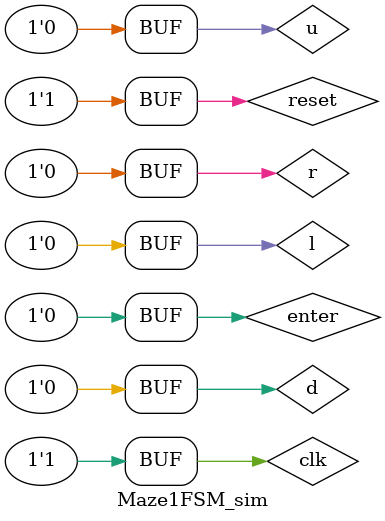
<source format=sv>
`timescale 1ns / 1ps


module Maze1FSM_sim();
    logic clk;
    logic enter, reset;
    logic u, d, l, r;
    
    logic start;
    logic [5:0] row;
    logic [6:0] col;
    logic done;
    
    Maze1FSM maze1fsm(.clk(clk), .enter(enter), .reset(reset), .u(u), .d(d), .l(l), .r(r), 
        .st(start), .row(row), .col(col), .done(done));
        
    always begin
        clk = 0; #5;
        clk = 1; #5;    
    end
    
    initial begin
        enter = 0; reset = 1; u = 0; d = 0; l = 0; r = 0;
        
        // Start maze
        enter = 0; #10;     // Move to pos: 1,1
        enter = 1; #20;
        enter = 0;
        
        // Complete maze
        r = 1; #10;         // Move to pos: 1,2
        r = 0; #10;
        
        r = 1; #10;         // Move to pos: 1,3
        r = 0; #10;
        
        d = 1; #10;         // Move to pos: 2,3
        d = 0; #10;
        
        d = 1; #10;         // Move to pos: 3,3
        d = 0; #10;
        
        d = 1; #10;         // Move to pos: 4,3
        d = 0; #10;
        
        r = 1; #10;         // Move to pos: 4,4
        r = 0; #10;
        
        d = 1; #10;         // Move to pos: 5,4
        d = 0; #10;
    end
endmodule

</source>
